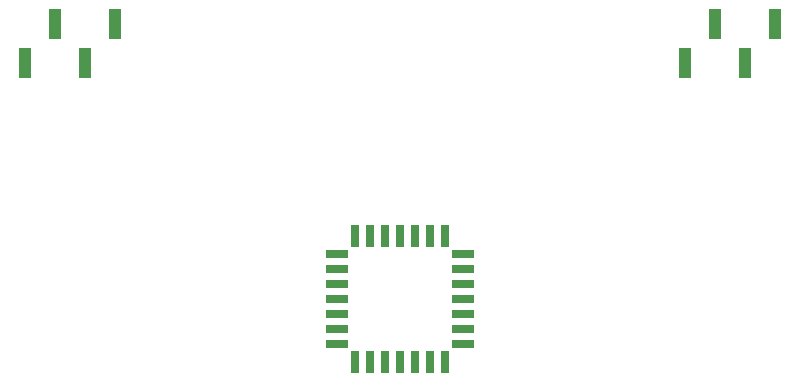
<source format=gbr>
%TF.GenerationSoftware,KiCad,Pcbnew,7.0.10*%
%TF.CreationDate,2024-02-10T11:13:50-05:00*%
%TF.ProjectId,Nixie Clock,4e697869-6520-4436-9c6f-636b2e6b6963,rev?*%
%TF.SameCoordinates,Original*%
%TF.FileFunction,Paste,Bot*%
%TF.FilePolarity,Positive*%
%FSLAX46Y46*%
G04 Gerber Fmt 4.6, Leading zero omitted, Abs format (unit mm)*
G04 Created by KiCad (PCBNEW 7.0.10) date 2024-02-10 11:13:50*
%MOMM*%
%LPD*%
G01*
G04 APERTURE LIST*
%ADD10R,0.700000X1.925000*%
%ADD11R,1.925000X0.700000*%
%ADD12R,1.000000X2.510000*%
G04 APERTURE END LIST*
D10*
%TO.C,U5*%
X179070000Y-89142500D03*
X180340000Y-89142500D03*
X181610000Y-89142500D03*
D11*
X183122500Y-87630000D03*
X183122500Y-86360000D03*
X183122500Y-85090000D03*
X183122500Y-83820000D03*
X183122500Y-82550000D03*
X183122500Y-81280000D03*
X183122500Y-80010000D03*
D10*
X181610000Y-78497500D03*
X180340000Y-78497500D03*
X179070000Y-78497500D03*
X177800000Y-78497500D03*
X176530000Y-78497500D03*
X175260000Y-78497500D03*
X173990000Y-78497500D03*
D11*
X172477500Y-80010000D03*
X172477500Y-81280000D03*
X172477500Y-82550000D03*
X172477500Y-83820000D03*
X172477500Y-85090000D03*
X172477500Y-86360000D03*
X172477500Y-87630000D03*
D10*
X173990000Y-89142500D03*
X175260000Y-89142500D03*
X176530000Y-89142500D03*
X177800000Y-89142500D03*
%TD*%
D12*
%TO.C,REF\u002A\u002A*%
X201930000Y-63885000D03*
X204470000Y-60575000D03*
X207010000Y-63885000D03*
X209550000Y-60575000D03*
%TD*%
%TO.C,REF\u002A\u002A*%
X146050000Y-63885000D03*
X148590000Y-60575000D03*
X151130000Y-63885000D03*
X153670000Y-60575000D03*
%TD*%
M02*

</source>
